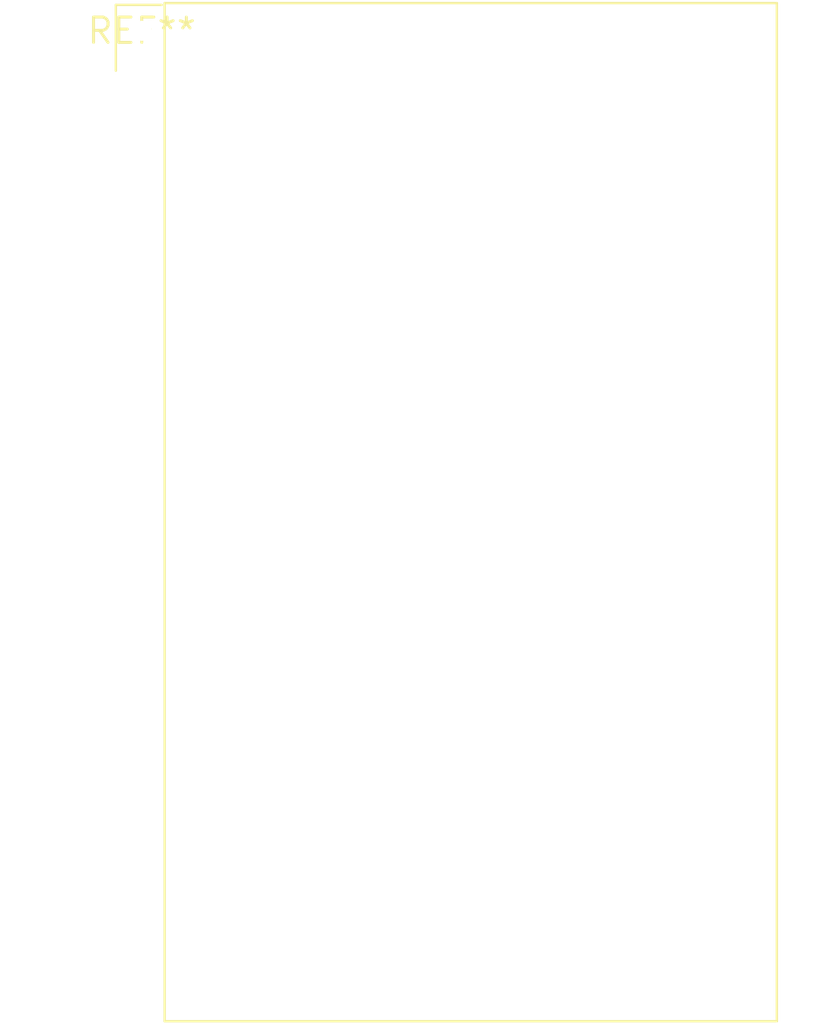
<source format=kicad_pcb>
(kicad_pcb (version 20240108) (generator pcbnew)
  (layers (0 "F.Cu" signal) (31 "B.Cu" signal) (34 "B.Paste" user) (35 "F.Paste" user) (36 "B.SilkS" user "B.Silkscreen") (37 "F.SilkS" user "F.Silkscreen") (38 "B.Mask" user) (39 "F.Mask" user) (44 "Edge.Cuts" user))
  (net 0 "")
  (footprint "DE113-XX-XX" (layer "F.Cu") (at 0 0)
    (property "Reference" "REF**")
    (property "Value" "DE113-XX-XX")
    (fp_line (start -1.3 -1.3) (end -1.3 2) (layer "F.SilkS") (stroke (width 0.12)))
    (fp_line (start -1.3 -1.3) (end 1 -1.3) (layer "F.SilkS") (stroke (width 0.12)))
    (fp_line (start 1.15 -1.39) (end 31.87 -1.39) (layer "F.SilkS") (stroke (width 0.12)))
    (fp_line (start 1.15 49.65) (end 1.15 -1.39) (layer "F.SilkS") (stroke (width 0.12)))
    (fp_line (start 31.87 -1.39) (end 31.87 49.65) (layer "F.SilkS") (stroke (width 0.12)))
    (fp_line (start 31.87 49.65) (end 1.15 49.65) (layer "F.SilkS") (stroke (width 0.12)))
    (pad "1" thru_hole rect (at 0 0) (size 1.5 1.524) (drill 1) (layers *.Cu *.Mask) (remove_unused_layers))
    (pad "2" thru_hole circle (at 0 2.54) (size 1.5 1.5) (drill 1) (layers *.Cu *.Mask) (remove_unused_layers))
    (pad "3" thru_hole circle (at 0 5.08) (size 1.5 1.5) (drill 1) (layers *.Cu *.Mask) (remove_unused_layers))
    (pad "4" thru_hole circle (at 0 7.62) (size 1.5 1.5) (drill 1) (layers *.Cu *.Mask) (remove_unused_layers))
    (pad "5" thru_hole circle (at 0 10.16) (size 1.5 1.5) (drill 1) (layers *.Cu *.Mask) (remove_unused_layers))
    (pad "6" thru_hole circle (at 0 12.7) (size 1.5 1.5) (drill 1) (layers *.Cu *.Mask) (remove_unused_layers))
    (pad "7" thru_hole circle (at 0 15.24) (size 1.5 1.5) (drill 1) (layers *.Cu *.Mask) (remove_unused_layers))
    (pad "8" thru_hole circle (at 0 17.78) (size 1.5 1.5) (drill 1) (layers *.Cu *.Mask) (remove_unused_layers))
    (pad "9" thru_hole circle (at 0 20.32) (size 1.5 1.5) (drill 1) (layers *.Cu *.Mask) (remove_unused_layers))
    (pad "10" thru_hole circle (at 0 22.86) (size 1.5 1.5) (drill 1) (layers *.Cu *.Mask) (remove_unused_layers))
    (pad "11" thru_hole circle (at 0 25.4) (size 1.5 1.5) (drill 1) (layers *.Cu *.Mask) (remove_unused_layers))
    (pad "12" thru_hole circle (at 0 27.94) (size 1.5 1.5) (drill 1) (layers *.Cu *.Mask) (remove_unused_layers))
    (pad "13" thru_hole circle (at 0 30.48) (size 1.5 1.5) (drill 1) (layers *.Cu *.Mask) (remove_unused_layers))
    (pad "14" thru_hole circle (at 0 33.02) (size 1.5 1.5) (drill 1) (layers *.Cu *.Mask) (remove_unused_layers))
    (pad "15" thru_hole circle (at 0 35.56) (size 1.5 1.5) (drill 1) (layers *.Cu *.Mask) (remove_unused_layers))
    (pad "16" thru_hole circle (at 0 38.1) (size 1.5 1.5) (drill 1) (layers *.Cu *.Mask) (remove_unused_layers))
    (pad "17" thru_hole circle (at 0 40.64) (size 1.5 1.5) (drill 1) (layers *.Cu *.Mask) (remove_unused_layers))
    (pad "18" thru_hole circle (at 0 43.18) (size 1.5 1.5) (drill 1) (layers *.Cu *.Mask) (remove_unused_layers))
    (pad "19" thru_hole circle (at 0 45.72) (size 1.5 1.5) (drill 1) (layers *.Cu *.Mask) (remove_unused_layers))
    (pad "20" thru_hole circle (at 0 48.26) (size 1.5 1.5) (drill 1) (layers *.Cu *.Mask) (remove_unused_layers))
    (pad "21" thru_hole circle (at 33.02 48.26) (size 1.5 1.5) (drill 1) (layers *.Cu *.Mask) (remove_unused_layers))
    (pad "22" thru_hole circle (at 33.02 45.72) (size 1.5 1.5) (drill 1) (layers *.Cu *.Mask) (remove_unused_layers))
    (pad "23" thru_hole circle (at 33.02 43.18) (size 1.5 1.5) (drill 1) (layers *.Cu *.Mask) (remove_unused_layers))
    (pad "24" thru_hole circle (at 33.02 40.64) (size 1.5 1.5) (drill 1) (layers *.Cu *.Mask) (remove_unused_layers))
    (pad "25" thru_hole circle (at 33.02 38.1) (size 1.5 1.5) (drill 1) (layers *.Cu *.Mask) (remove_unused_layers))
    (pad "26" thru_hole circle (at 33.02 35.56) (size 1.5 1.5) (drill 1) (layers *.Cu *.Mask) (remove_unused_layers))
    (pad "27" thru_hole circle (at 33.02 33.02) (size 1.5 1.5) (drill 1) (layers *.Cu *.Mask) (remove_unused_layers))
    (pad "28" thru_hole circle (at 33.02 30.48) (size 1.5 1.5) (drill 1) (layers *.Cu *.Mask) (remove_unused_layers))
    (pad "29" thru_hole circle (at 33.02 27.94) (size 1.5 1.5) (drill 1) (layers *.Cu *.Mask) (remove_unused_layers))
    (pad "30" thru_hole circle (at 33.02 25.4) (size 1.5 1.5) (drill 1) (layers *.Cu *.Mask) (remove_unused_layers))
    (pad "31" thru_hole circle (at 33.02 22.86) (size 1.5 1.5) (drill 1) (layers *.Cu *.Mask) (remove_unused_layers))
    (pad "32" thru_hole circle (at 33.02 20.32) (size 1.5 1.5) (drill 1) (layers *.Cu *.Mask) (remove_unused_layers))
    (pad "33" thru_hole circle (at 33.02 17.78) (size 1.5 1.5) (drill 1) (layers *.Cu *.Mask) (remove_unused_layers))
    (pad "34" thru_hole circle (at 33.02 15.24) (size 1.5 1.5) (drill 1) (layers *.Cu *.Mask) (remove_unused_layers))
    (pad "35" thru_hole circle (at 33.02 12.7) (size 1.5 1.5) (drill 1) (layers *.Cu *.Mask) (remove_unused_layers))
    (pad "36" thru_hole circle (at 33.02 10.16) (size 1.5 1.5) (drill 1) (layers *.Cu *.Mask) (remove_unused_layers))
    (pad "37" thru_hole circle (at 33.02 7.62) (size 1.5 1.5) (drill 1) (layers *.Cu *.Mask) (remove_unused_layers))
    (pad "38" thru_hole circle (at 33.02 5.08) (size 1.5 1.5) (drill 1) (layers *.Cu *.Mask) (remove_unused_layers))
    (pad "39" thru_hole circle (at 33.02 2.54) (size 1.5 1.5) (drill 1) (layers *.Cu *.Mask) (remove_unused_layers))
    (pad "40" thru_hole circle (at 33.02 0) (size 1.5 1.5) (drill 1) (layers *.Cu *.Mask) (remove_unused_layers))
  )
)
</source>
